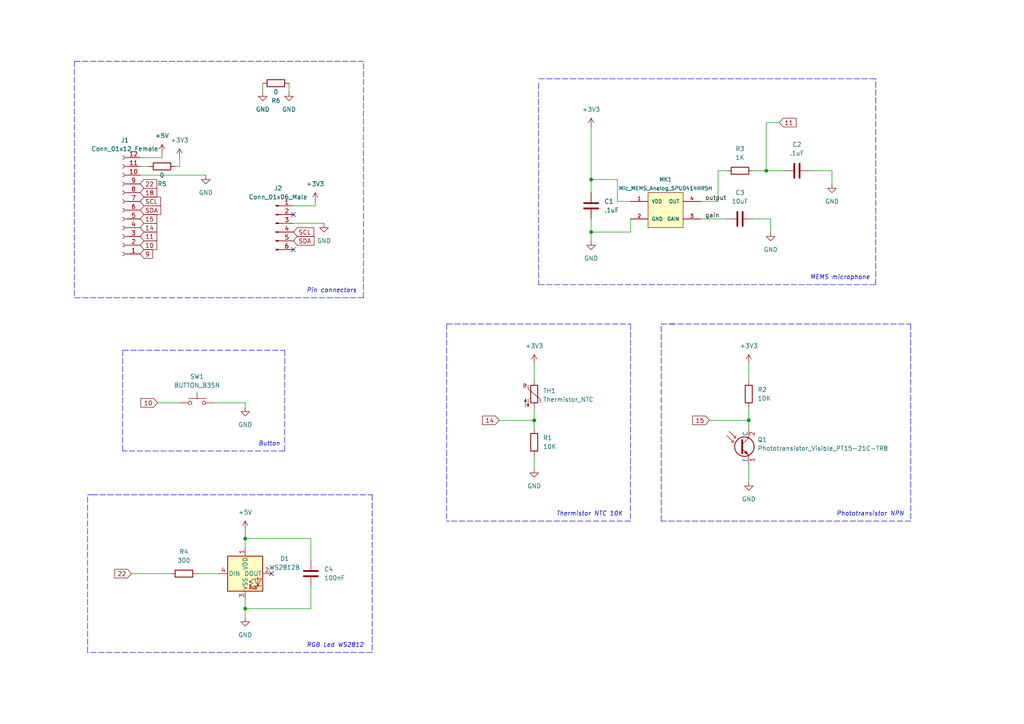
<source format=kicad_sch>
(kicad_sch (version 20211123) (generator eeschema)
  (paper "A4")
  (lib_symbols
    (symbol "Connector:Conn_01x06_Male" (pin_names (offset 1.016) hide)
      (property "Reference" "J" (at 0 7.62 0))
      (property "Value" "Conn_01x06_Male" (at 0 -10.16 0))
      (symbol "Conn_01x06_Male_1_1"
        (polyline (pts (xy 1.27 -7.62) (xy 0.8636 -7.62)) (stroke (width 0.1524)))
        (polyline (pts (xy 1.27 -5.08) (xy 0.8636 -5.08)) (stroke (width 0.1524)))
        (polyline (pts (xy 1.27 -2.54) (xy 0.8636 -2.54)) (stroke (width 0.1524)))
        (polyline (pts (xy 1.27 0) (xy 0.8636 0)) (stroke (width 0.1524)))
        (polyline (pts (xy 1.27 2.54) (xy 0.8636 2.54)) (stroke (width 0.1524)))
        (polyline (pts (xy 1.27 5.08) (xy 0.8636 5.08)) (stroke (width 0.1524)))
        (rectangle (start 0.8636 -7.493) (end 0 -7.747) (stroke (width 0.1524)) (fill (type outline)))
        (rectangle (start 0.8636 -4.953) (end 0 -5.207) (stroke (width 0.1524)) (fill (type outline)))
        (rectangle (start 0.8636 -2.413) (end 0 -2.667) (stroke (width 0.1524)) (fill (type outline)))
        (rectangle (start 0.8636 0.127) (end 0 -0.127) (stroke (width 0.1524)) (fill (type outline)))
        (rectangle (start 0.8636 2.667) (end 0 2.413) (stroke (width 0.1524)) (fill (type outline)))
        (rectangle (start 0.8636 5.207) (end 0 4.953) (stroke (width 0.1524)) (fill (type outline)))
        (pin passive line (at 5.08 5.08 180) (length 3.81) (name "Pin_1") (number "1"))
        (pin passive line (at 5.08 2.54 180) (length 3.81) (name "Pin_2") (number "2"))
        (pin passive line (at 5.08 0 180) (length 3.81) (name "Pin_3") (number "3"))
        (pin passive line (at 5.08 -2.54 180) (length 3.81) (name "Pin_4") (number "4"))
        (pin passive line (at 5.08 -5.08 180) (length 3.81) (name "Pin_5") (number "5"))
        (pin passive line (at 5.08 -7.62 180) (length 3.81) (name "Pin_6") (number "6"))
      )
    )
    (symbol "Connector:Conn_01x12_Female" (pin_names (offset 1.016) hide)
      (property "Reference" "J" (at 0 15.24 0))
      (property "Value" "Conn_01x12_Female" (at 0 -17.78 0))
      (symbol "Conn_01x12_Female_1_1"
        (arc (start 0 -14.732) (mid -0.508 -15.24) (end 0 -15.748) (stroke (width 0.1524)))
        (arc (start 0 -12.192) (mid -0.508 -12.7) (end 0 -13.208) (stroke (width 0.1524)))
        (arc (start 0 -9.652) (mid -0.508 -10.16) (end 0 -10.668) (stroke (width 0.1524)))
        (arc (start 0 -7.112) (mid -0.508 -7.62) (end 0 -8.128) (stroke (width 0.1524)))
        (arc (start 0 -4.572) (mid -0.508 -5.08) (end 0 -5.588) (stroke (width 0.1524)))
        (arc (start 0 -2.032) (mid -0.508 -2.54) (end 0 -3.048) (stroke (width 0.1524)))
        (polyline (pts (xy -1.27 -15.24) (xy -0.508 -15.24)) (stroke (width 0.1524)))
        (polyline (pts (xy -1.27 -12.7) (xy -0.508 -12.7)) (stroke (width 0.1524)))
        (polyline (pts (xy -1.27 -10.16) (xy -0.508 -10.16)) (stroke (width 0.1524)))
        (polyline (pts (xy -1.27 -7.62) (xy -0.508 -7.62)) (stroke (width 0.1524)))
        (polyline (pts (xy -1.27 -5.08) (xy -0.508 -5.08)) (stroke (width 0.1524)))
        (polyline (pts (xy -1.27 -2.54) (xy -0.508 -2.54)) (stroke (width 0.1524)))
        (polyline (pts (xy -1.27 0) (xy -0.508 0)) (stroke (width 0.1524)))
        (polyline (pts (xy -1.27 2.54) (xy -0.508 2.54)) (stroke (width 0.1524)))
        (polyline (pts (xy -1.27 5.08) (xy -0.508 5.08)) (stroke (width 0.1524)))
        (polyline (pts (xy -1.27 7.62) (xy -0.508 7.62)) (stroke (width 0.1524)))
        (polyline (pts (xy -1.27 10.16) (xy -0.508 10.16)) (stroke (width 0.1524)))
        (polyline (pts (xy -1.27 12.7) (xy -0.508 12.7)) (stroke (width 0.1524)))
        (arc (start 0 0.508) (mid -0.508 0) (end 0 -0.508) (stroke (width 0.1524)))
        (arc (start 0 3.048) (mid -0.508 2.54) (end 0 2.032) (stroke (width 0.1524)))
        (arc (start 0 5.588) (mid -0.508 5.08) (end 0 4.572) (stroke (width 0.1524)))
        (arc (start 0 8.128) (mid -0.508 7.62) (end 0 7.112) (stroke (width 0.1524)))
        (arc (start 0 10.668) (mid -0.508 10.16) (end 0 9.652) (stroke (width 0.1524)))
        (arc (start 0 13.208) (mid -0.508 12.7) (end 0 12.192) (stroke (width 0.1524)))
        (pin passive line (at -5.08 12.7 0) (length 3.81) (name "Pin_1") (number "1"))
        (pin passive line (at -5.08 -10.16 0) (length 3.81) (name "Pin_10") (number "10"))
        (pin passive line (at -5.08 -12.7 0) (length 3.81) (name "Pin_11") (number "11"))
        (pin passive line (at -5.08 -15.24 0) (length 3.81) (name "Pin_12") (number "12"))
        (pin passive line (at -5.08 10.16 0) (length 3.81) (name "Pin_2") (number "2"))
        (pin passive line (at -5.08 7.62 0) (length 3.81) (name "Pin_3") (number "3"))
        (pin passive line (at -5.08 5.08 0) (length 3.81) (name "Pin_4") (number "4"))
        (pin passive line (at -5.08 2.54 0) (length 3.81) (name "Pin_5") (number "5"))
        (pin passive line (at -5.08 0 0) (length 3.81) (name "Pin_6") (number "6"))
        (pin passive line (at -5.08 -2.54 0) (length 3.81) (name "Pin_7") (number "7"))
        (pin passive line (at -5.08 -5.08 0) (length 3.81) (name "Pin_8") (number "8"))
        (pin passive line (at -5.08 -7.62 0) (length 3.81) (name "Pin_9") (number "9"))
      )
    )
    (symbol "LED:WS2812B" (pin_names (offset 0.254))
      (property "Reference" "D" (at 5.08 5.715 0))
      (property "Value" "WS2812B" (at 1.27 -5.715 0))
      (symbol "WS2812B_0_0"
        (text "RGB" (at 2.286 -4.191 0) (effects (font (size 0.762 0.762))))
      )
      (symbol "WS2812B_0_1"
        (polyline (pts (xy 1.27 -3.556) (xy 1.778 -3.556)))
        (polyline (pts (xy 1.27 -2.54) (xy 1.778 -2.54)))
        (polyline (pts (xy 4.699 -3.556) (xy 2.667 -3.556)))
        (polyline (pts (xy 2.286 -2.54) (xy 1.27 -3.556) (xy 1.27 -3.048)))
        (polyline (pts (xy 2.286 -1.524) (xy 1.27 -2.54) (xy 1.27 -2.032)))
        (polyline (pts (xy 3.683 -1.016) (xy 3.683 -3.556) (xy 3.683 -4.064)))
        (polyline (pts (xy 4.699 -1.524) (xy 2.667 -1.524) (xy 3.683 -3.556) (xy 4.699 -1.524)))
        (rectangle (start 5.08 5.08) (end -5.08 -5.08) (stroke (width 0.254)) (fill (type background)))
      )
      (symbol "WS2812B_1_1"
        (pin power_in line (at 0 7.62 270) (length 2.54) (name "VDD") (number "1"))
        (pin output line (at 7.62 0 180) (length 2.54) (name "DOUT") (number "2"))
        (pin power_in line (at 0 -7.62 90) (length 2.54) (name "VSS") (number "3"))
        (pin input line (at -7.62 0 0) (length 2.54) (name "DIN") (number "4"))
      )
    )
    (symbol "fab:BUTTON_B3SN" (pin_numbers hide) (pin_names (offset 1.016) hide)
      (property "Reference" "SW" (at 1.27 2.54 0))
      (property "Value" "BUTTON_B3SN" (at 0 -1.524 0))
      (symbol "BUTTON_B3SN_0_1"
        (circle (center -2.032 0) (radius 0.508))
        (polyline (pts (xy 0 1.27) (xy 0 3.048)))
        (polyline (pts (xy 2.54 1.27) (xy -2.54 1.27)))
        (circle (center 2.032 0) (radius 0.508))
        (pin passive line (at -5.08 0 0) (length 2.54) (name "1") (number "1"))
        (pin passive line (at 5.08 0 180) (length 2.54) (name "2") (number "2"))
      )
    )
    (symbol "fab:C" (pin_numbers hide) (pin_names (offset 0.254))
      (property "Reference" "C" (at 0.635 2.54 0))
      (property "Value" "C" (at 0.635 -2.54 0))
      (symbol "C_0_1"
        (polyline (pts (xy -2.032 -0.762) (xy 2.032 -0.762)) (stroke (width 0.508)))
        (polyline (pts (xy -2.032 0.762) (xy 2.032 0.762)) (stroke (width 0.508)))
      )
      (symbol "C_1_1"
        (pin passive line (at 0 3.81 270) (length 2.794) (name "~") (number "1"))
        (pin passive line (at 0 -3.81 90) (length 2.794) (name "~") (number "2"))
      )
    )
    (symbol "fab:Mic_MEMS_Analog_SPU0414HR5H" (pin_names (offset 1.016))
      (property "Reference" "MK" (at -5.0038 5.9944 0))
      (property "Value" "Mic_MEMS_Analog_SPU0414HR5H" (at 0 -7.0104 0))
      (symbol "Mic_MEMS_Analog_SPU0414HR5H_0_1"
        (rectangle (start -5.08 5.08) (end 5.08 -5.08) (fill (type background)))
      )
      (symbol "Mic_MEMS_Analog_SPU0414HR5H_1_1"
        (pin power_in line (at -10.16 2.54 0) (length 5.08) (name "VDD") (number "1"))
        (pin power_in line (at -10.16 -2.54 0) (length 5.08) (name "GND") (number "2"))
        (pin bidirectional line (at 10.16 -2.54 180) (length 5.08) (name "GAIN") (number "3"))
        (pin output line (at 10.16 2.54 180) (length 5.08) (name "OUT") (number "4"))
      )
    )
    (symbol "fab:Phototransistor_Visible_PT15-21C-TR8" (pin_names (offset 0))
      (property "Reference" "Q" (at 5.08 1.27 0))
      (property "Value" "Phototransistor_Visible_PT15-21C-TR8" (at 5.08 -1.27 0))
      (symbol "Phototransistor_Visible_PT15-21C-TR8_0_1"
        (polyline (pts (xy -1.905 1.27) (xy -2.54 1.27)))
        (polyline (pts (xy -1.27 2.54) (xy -1.905 2.54)))
        (polyline (pts (xy 0.635 0.635) (xy 2.54 2.54)))
        (polyline (pts (xy -3.81 3.175) (xy -1.905 1.27) (xy -1.905 1.905)))
        (polyline (pts (xy -3.175 4.445) (xy -1.27 2.54) (xy -1.27 3.175)))
        (polyline (pts (xy 0.635 -0.635) (xy 2.54 -2.54) (xy 2.54 -2.54)))
        (polyline (pts (xy 0.635 1.905) (xy 0.635 -1.905) (xy 0.635 -1.905)) (stroke (width 0.508)))
        (polyline (pts (xy 1.27 -1.778) (xy 1.778 -1.27) (xy 2.286 -2.286) (xy 1.27 -1.778) (xy 1.27 -1.778)) (fill (type outline)))
        (circle (center 1.27 0) (radius 2.8194) (stroke (width 0.254)))
      )
      (symbol "Phototransistor_Visible_PT15-21C-TR8_1_1"
        (pin passive line (at 2.54 -5.08 90) (length 2.54) (name "E") (number "1"))
        (pin passive line (at 2.54 5.08 270) (length 2.54) (name "C") (number "2"))
      )
    )
    (symbol "fab:R" (pin_numbers hide) (pin_names (offset 0))
      (property "Reference" "R" (at 2.032 0 90))
      (property "Value" "R" (at 0 0 90))
      (symbol "R_0_1"
        (rectangle (start -1.016 -2.54) (end 1.016 2.54) (stroke (width 0.254)))
      )
      (symbol "R_1_1"
        (pin passive line (at 0 3.81 270) (length 1.27) (name "~") (number "1"))
        (pin passive line (at 0 -3.81 90) (length 1.27) (name "~") (number "2"))
      )
    )
    (symbol "fab:Thermistor_NTC" (pin_numbers hide) (pin_names (offset 0))
      (property "Reference" "TH" (at -4.445 0 90))
      (property "Value" "Thermistor_NTC" (at 3.175 0 90))
      (symbol "Thermistor_NTC_0_1"
        (arc (start -3.048 2.159) (mid -3.0505 2.3165) (end -3.175 2.413))
        (arc (start -3.048 2.159) (mid -2.9736 1.9794) (end -2.794 1.905))
        (arc (start -3.048 2.794) (mid -2.9736 2.6144) (end -2.794 2.54))
        (arc (start -2.794 1.905) (mid -2.6144 1.9794) (end -2.54 2.159))
        (arc (start -2.794 2.54) (mid -2.434 2.5608) (end -2.159 2.794))
        (arc (start -2.794 3.048) (mid -2.9736 2.9736) (end -3.048 2.794))
        (arc (start -2.54 2.794) (mid -2.6144 2.9736) (end -2.794 3.048))
        (rectangle (start -1.016 2.54) (end 1.016 -2.54) (stroke (width 0.254)))
        (polyline (pts (xy -2.54 2.159) (xy -2.54 2.794)))
        (polyline (pts (xy -1.778 2.54) (xy -1.778 1.524) (xy 1.778 -1.524) (xy 1.778 -2.54)))
        (polyline (pts (xy -2.54 -3.683) (xy -2.54 -1.397) (xy -2.794 -2.159) (xy -2.286 -2.159) (xy -2.54 -1.397) (xy -2.54 -1.651)) (fill (type outline)))
        (polyline (pts (xy -1.778 -1.397) (xy -1.778 -3.683) (xy -2.032 -2.921) (xy -1.524 -2.921) (xy -1.778 -3.683) (xy -1.778 -3.429)) (fill (type outline)))
      )
      (symbol "Thermistor_NTC_1_1"
        (pin passive line (at 0 3.81 270) (length 1.27) (name "~") (number "1"))
        (pin passive line (at 0 -3.81 90) (length 1.27) (name "~") (number "2"))
      )
    )
    (symbol "power:+3V3" (power) (pin_names (offset 0))
      (property "Value" "+3V3" (at 0 3.556 0))
      (symbol "+3V3_0_1"
        (polyline (pts (xy -0.762 1.27) (xy 0 2.54)))
        (polyline (pts (xy 0 0) (xy 0 2.54)))
        (polyline (pts (xy 0 2.54) (xy 0.762 1.27)))
      )
      (symbol "+3V3_1_1"
        (pin power_in line (at 0 0 90) (length 0) hide (name "+3V3") (number "1"))
      )
    )
    (symbol "power:+5V" (power) (pin_names (offset 0))
      (property "Value" "+5V" (at 0 3.556 0))
      (symbol "+5V_0_1"
        (polyline (pts (xy -0.762 1.27) (xy 0 2.54)))
        (polyline (pts (xy 0 0) (xy 0 2.54)))
        (polyline (pts (xy 0 2.54) (xy 0.762 1.27)))
      )
      (symbol "+5V_1_1"
        (pin power_in line (at 0 0 90) (length 0) hide (name "+5V") (number "1"))
      )
    )
    (symbol "power:GND" (power) (pin_names (offset 0))
      (property "Value" "GND" (at 0 -3.81 0))
      (symbol "GND_0_1"
        (polyline (pts (xy 0 0) (xy 0 -1.27) (xy 1.27 -1.27) (xy 0 -2.54) (xy -1.27 -1.27) (xy 0 -1.27)))
      )
      (symbol "GND_1_1"
        (pin power_in line (at 0 0 270) (length 0) hide (name "GND") (number "1"))
      )
    )
  )
  (junction (at 154.94 121.92))
  (junction (at 71.12 176.53))
  (junction (at 222.25 49.53))
  (junction (at 171.45 52.07))
  (junction (at 71.12 156.21))
  (junction (at 217.17 121.92))
  (junction (at 171.45 67.31))
  (no_connect (at 78.74 166.37))
  (no_connect (at 85.09 72.39))
  (no_connect (at 85.09 62.23))
  (wire (pts (xy 50.8 48.26) (xy 52.07 48.26)))
  (wire (pts (xy 203.2 63.5) (xy 210.82 63.5)))
  (polyline (pts (xy 35.56 101.6) (xy 35.56 130.81)))
  (polyline (pts (xy 25.4 143.51) (xy 26.67 143.51)))
  (wire (pts (xy 90.17 162.56) (xy 90.17 156.21)))
  (wire (pts (xy 182.88 63.5) (xy 182.88 67.31)))
  (wire (pts (xy 40.64 48.26) (xy 43.18 48.26)))
  (wire (pts (xy 208.28 49.53) (xy 210.82 49.53)))
  (wire (pts (xy 179.07 52.07) (xy 171.45 52.07)))
  (wire (pts (xy 217.17 121.92) (xy 217.17 124.46)))
  (wire (pts (xy 90.17 170.18) (xy 90.17 176.53)))
  (polyline (pts (xy 129.54 93.98) (xy 129.54 151.13)))
  (wire (pts (xy 182.88 58.42) (xy 179.07 58.42)))
  (polyline (pts (xy 129.54 93.98) (xy 182.88 93.98)))
  (polyline (pts (xy 107.95 189.23) (xy 25.4 189.23)))
  (wire (pts (xy 91.44 59.69) (xy 91.44 58.42)))
  (polyline (pts (xy 21.59 17.78) (xy 105.41 17.78)))
  (wire (pts (xy 222.25 35.56) (xy 222.25 49.53)))
  (polyline (pts (xy 82.55 101.6) (xy 82.55 130.81)))
  (polyline (pts (xy 191.77 151.13) (xy 191.77 93.98)))
  (polyline (pts (xy 156.21 24.13) (xy 156.21 82.55)))
  (wire (pts (xy 76.2 26.67) (xy 76.2 24.13)))
  (wire (pts (xy 57.15 166.37) (xy 63.5 166.37)))
  (wire (pts (xy 154.94 121.92) (xy 154.94 124.46)))
  (wire (pts (xy 223.52 63.5) (xy 223.52 67.31)))
  (polyline (pts (xy 21.59 86.36) (xy 105.41 86.36)))
  (wire (pts (xy 90.17 156.21) (xy 71.12 156.21)))
  (polyline (pts (xy 156.21 82.55) (xy 254 82.55)))
  (wire (pts (xy 171.45 63.5) (xy 171.45 67.31)))
  (wire (pts (xy 203.2 58.42) (xy 208.28 58.42)))
  (wire (pts (xy 154.94 105.41) (xy 154.94 110.49)))
  (wire (pts (xy 208.28 58.42) (xy 208.28 49.53)))
  (polyline (pts (xy 107.95 143.51) (xy 107.95 189.23)))
  (wire (pts (xy 179.07 58.42) (xy 179.07 52.07)))
  (polyline (pts (xy 264.16 151.13) (xy 191.77 151.13)))
  (wire (pts (xy 171.45 52.07) (xy 171.45 55.88)))
  (wire (pts (xy 217.17 134.62) (xy 217.17 139.7)))
  (wire (pts (xy 234.95 49.53) (xy 241.3 49.53)))
  (polyline (pts (xy 21.59 17.78) (xy 21.59 86.36)))
  (wire (pts (xy 205.74 121.92) (xy 217.17 121.92)))
  (polyline (pts (xy 105.41 86.36) (xy 105.41 17.78)))
  (polyline (pts (xy 264.16 93.98) (xy 264.16 151.13)))
  (wire (pts (xy 144.78 121.92) (xy 154.94 121.92)))
  (wire (pts (xy 71.12 156.21) (xy 71.12 158.75)))
  (wire (pts (xy 38.1 166.37) (xy 49.53 166.37)))
  (polyline (pts (xy 82.55 130.81) (xy 35.56 130.81)))
  (wire (pts (xy 217.17 118.11) (xy 217.17 121.92)))
  (wire (pts (xy 62.23 116.84) (xy 71.12 116.84)))
  (polyline (pts (xy 254 82.55) (xy 254 22.86)))
  (wire (pts (xy 241.3 49.53) (xy 241.3 53.34)))
  (wire (pts (xy 217.17 105.41) (xy 217.17 110.49)))
  (wire (pts (xy 218.44 49.53) (xy 222.25 49.53)))
  (wire (pts (xy 171.45 67.31) (xy 182.88 67.31)))
  (wire (pts (xy 71.12 153.67) (xy 71.12 156.21)))
  (wire (pts (xy 85.09 64.77) (xy 93.98 64.77)))
  (polyline (pts (xy 26.67 143.51) (xy 107.95 143.51)))
  (wire (pts (xy 71.12 173.99) (xy 71.12 176.53)))
  (wire (pts (xy 83.82 26.67) (xy 83.82 24.13)))
  (polyline (pts (xy 194.31 93.98) (xy 264.16 93.98)))
  (wire (pts (xy 171.45 67.31) (xy 171.45 69.85)))
  (wire (pts (xy 154.94 118.11) (xy 154.94 121.92)))
  (wire (pts (xy 222.25 49.53) (xy 227.33 49.53)))
  (wire (pts (xy 222.25 35.56) (xy 226.06 35.56)))
  (wire (pts (xy 40.64 45.72) (xy 46.99 45.72)))
  (wire (pts (xy 71.12 116.84) (xy 71.12 118.11)))
  (wire (pts (xy 171.45 36.83) (xy 171.45 52.07)))
  (wire (pts (xy 71.12 176.53) (xy 71.12 179.07)))
  (polyline (pts (xy 182.88 93.98) (xy 182.88 151.13)))
  (wire (pts (xy 154.94 132.08) (xy 154.94 135.89)))
  (wire (pts (xy 85.09 59.69) (xy 91.44 59.69)))
  (wire (pts (xy 40.64 50.8) (xy 59.69 50.8)))
  (polyline (pts (xy 156.21 22.86) (xy 254 22.86)))
  (polyline (pts (xy 25.4 189.23) (xy 25.4 143.51)))
  (wire (pts (xy 46.99 45.72) (xy 46.99 44.45)))
  (wire (pts (xy 45.72 116.84) (xy 52.07 116.84)))
  (polyline (pts (xy 191.77 93.98) (xy 195.58 93.98)))
  (wire (pts (xy 218.44 63.5) (xy 223.52 63.5)))
  (wire (pts (xy 90.17 176.53) (xy 71.12 176.53)))
  (polyline (pts (xy 35.56 101.6) (xy 82.55 101.6)))
  (wire (pts (xy 52.07 48.26) (xy 52.07 45.72)))
  (polyline (pts (xy 182.88 151.13) (xy 129.54 151.13)))
  (text "MEMS microphone" (at 234.95 81.28 0) (effects (font (size 1.27 1.27) italic) (justify left bottom)))
  (text "Phototransistor NPN" (at 242.57 149.86 0) (effects (font (size 1.27 1.27) italic) (justify left bottom)))
  (text "Button" (at 74.93 129.54 0) (effects (font (size 1.27 1.27) italic) (justify left bottom)))
  (text "RGB Led WS2812" (at 88.9 187.96 0) (effects (font (size 1.27 1.27) italic) (justify left bottom)))
  (text "Thermistor NTC 10K" (at 161.29 149.86 0) (effects (font (size 1.27 1.27) italic) (justify left bottom)))
  (text "Pin connectors" (at 88.9 85.09 0) (effects (font (size 1.27 1.27) italic) (justify left bottom)))
  (label "gain" (at 204.47 63.5 0))
  (label "output" (at 204.47 58.42 0))
  (global_label "SDA" (shape input) (at 40.64 60.96 0) (property "Intersheet References" "${INTERSHEET_REFS}" (effects hide)))
  (global_label "22" (shape input) (at 40.64 53.34 0) (property "Intersheet References" "${INTERSHEET_REFS}" (effects hide)))
  (global_label "9" (shape input) (at 40.64 73.66 0) (property "Intersheet References" "${INTERSHEET_REFS}" (effects hide)))
  (global_label "SDA" (shape input) (at 85.09 69.85 0) (property "Intersheet References" "${INTERSHEET_REFS}" (effects hide)))
  (global_label "10" (shape input) (at 40.64 71.12 0) (property "Intersheet References" "${INTERSHEET_REFS}" (effects hide)))
  (global_label "15" (shape input) (at 40.64 63.5 0) (property "Intersheet References" "${INTERSHEET_REFS}" (effects hide)))
  (global_label "14" (shape input) (at 144.78 121.92 180) (property "Intersheet References" "${INTERSHEET_REFS}" (effects hide)))
  (global_label "SCL" (shape input) (at 40.64 58.42 0) (property "Intersheet References" "${INTERSHEET_REFS}" (effects hide)))
  (global_label "18" (shape input) (at 40.64 55.88 0) (property "Intersheet References" "${INTERSHEET_REFS}" (effects hide)))
  (global_label "22" (shape input) (at 38.1 166.37 180) (property "Intersheet References" "${INTERSHEET_REFS}" (effects hide)))
  (global_label "SCL" (shape input) (at 85.09 67.31 0) (property "Intersheet References" "${INTERSHEET_REFS}" (effects hide)))
  (global_label "10" (shape input) (at 45.72 116.84 180) (property "Intersheet References" "${INTERSHEET_REFS}" (effects hide)))
  (global_label "11" (shape input) (at 40.64 68.58 0) (property "Intersheet References" "${INTERSHEET_REFS}" (effects hide)))
  (global_label "15" (shape input) (at 205.74 121.92 180) (property "Intersheet References" "${INTERSHEET_REFS}" (effects hide)))
  (global_label "14" (shape input) (at 40.64 66.04 0) (property "Intersheet References" "${INTERSHEET_REFS}" (effects hide)))
  (global_label "11" (shape input) (at 226.06 35.56 0) (property "Intersheet References" "${INTERSHEET_REFS}" (effects hide)))
  (symbol (lib_id "fab:C") (at 90.17 166.37 180) (unit 1)
    (property "Reference" "C4" (at 93.98 165.0999 0) (effects (justify right)))
    (property "Value" "100nF" (at 93.98 167.6399 0) (effects (justify right)))
    (property "Footprint" "fab:C_1206" (effects hide))
  )
  (symbol (lib_id "power:GND") (at 217.17 139.7 0) (unit 1)
    (property "Reference" "#PWR0107" (effects hide))
    (property "Value" "GND" (at 217.17 144.78 0))
  )
  (symbol (lib_id "fab:R") (at 53.34 166.37 90) (unit 1)
    (property "Reference" "R4" (at 53.34 160.02 90))
    (property "Value" "300" (at 53.34 162.56 90))
    (property "Footprint" "fab:R_1206" (effects hide))
  )
  (symbol (lib_id "power:GND") (at 171.45 69.85 0) (unit 1)
    (property "Reference" "#PWR0111" (effects hide))
    (property "Value" "GND" (at 171.45 74.93 0))
  )
  (symbol (lib_id "fab:R") (at 214.63 49.53 90) (unit 1)
    (property "Reference" "R3" (at 214.63 43.18 90))
    (property "Value" "1K" (at 214.63 45.72 90))
    (property "Footprint" "fab:R_1206" (effects hide))
  )
  (symbol (lib_id "power:GND") (at 71.12 118.11 0) (unit 1)
    (property "Reference" "#PWR0106" (effects hide))
    (property "Value" "GND" (at 71.12 123.19 0))
  )
  (symbol (lib_id "Connector:Conn_01x12_Female") (at 35.56 60.96 180) (unit 1)
    (property "Reference" "J1" (at 36.195 40.64 0))
    (property "Value" "Conn_01x12_Female" (at 36.195 43.18 0))
    (property "Footprint" "Connector_Harwin:Harwin_M20-89012xx_1x12_P2.54mm_Horizontal" (effects hide))
  )
  (symbol (lib_id "power:+3V3") (at 217.17 105.41 0) (unit 1)
    (property "Reference" "#PWR0108" (effects hide))
    (property "Value" "+3V3" (at 217.17 100.33 0))
  )
  (symbol (lib_id "fab:Thermistor_NTC") (at 154.94 114.3 0) (unit 1)
    (property "Reference" "TH1" (at 157.48 113.3474 0) (effects (justify left)))
    (property "Value" "Thermistor_NTC" (at 157.48 115.8874 0) (effects (justify left)))
    (property "Footprint" "fab:R_1206" (effects hide))
    (property "Datasheet" "https://www.mouser.fi/datasheet/2/18/AAS-920-324F-Thermometrics-NTC-SMD-032717-web-1018802.pdf" (effects hide))
  )
  (symbol (lib_id "fab:R") (at 46.99 48.26 90) (unit 1)
    (property "Reference" "R5" (at 46.99 53.34 90))
    (property "Value" "0" (at 46.99 50.8 90))
    (property "Footprint" "fab:R_1206" (effects hide))
  )
  (symbol (lib_id "fab:R") (at 80.01 24.13 90) (unit 1)
    (property "Reference" "R6" (at 80.01 29.21 90))
    (property "Value" "0" (at 80.01 26.67 90))
    (property "Footprint" "fab:R_1206" (effects hide))
  )
  (symbol (lib_id "power:GND") (at 83.82 26.67 0) (unit 1)
    (property "Reference" "#PWR0116" (effects hide))
    (property "Value" "GND" (at 83.82 31.75 0))
  )
  (symbol (lib_id "fab:R") (at 154.94 128.27 0) (unit 1)
    (property "Reference" "R1" (at 157.48 126.9999 0) (effects (justify left)))
    (property "Value" "10K" (at 157.48 129.5399 0) (effects (justify left)))
    (property "Footprint" "fab:R_1206" (effects hide))
  )
  (symbol (lib_id "power:GND") (at 241.3 53.34 0) (unit 1)
    (property "Reference" "#PWR0118" (effects hide))
    (property "Value" "GND" (at 241.3 58.42 0))
  )
  (symbol (lib_id "power:+3V3") (at 52.07 45.72 0) (unit 1)
    (property "Reference" "#PWR0102" (effects hide))
    (property "Value" "+3V3" (at 52.07 40.64 0))
  )
  (symbol (lib_id "Connector:Conn_01x06_Male") (at 80.01 64.77 0) (unit 1)
    (property "Reference" "J2" (at 80.645 54.61 0))
    (property "Value" "Conn_01x06_Male" (at 80.645 57.15 0))
    (property "Footprint" "Connector_PinHeader_2.54mm:PinHeader_1x06_P2.54mm_Vertical_SMD_Pin1Left" (effects hide))
  )
  (symbol (lib_id "fab:Phototransistor_Visible_PT15-21C-TR8") (at 214.63 129.54 0) (unit 1)
    (property "Reference" "Q1" (at 219.71 127.5206 0) (effects (justify left)))
    (property "Value" "Phototransistor_Visible_PT15-21C-TR8" (at 219.71 130.0606 0) (effects (justify left)))
    (property "Footprint" "fab:Q_1206" (effects hide))
    (property "Datasheet" "https://www.everlight.com/file/ProductFile/PT15-21C-TR8.pdf" (effects hide))
  )
  (symbol (lib_id "fab:BUTTON_B3SN") (at 57.15 116.84 0) (unit 1)
    (property "Reference" "SW1" (at 57.15 109.22 0))
    (property "Value" "BUTTON_B3SN" (at 57.15 111.76 0))
    (property "Footprint" "fab:Button_Omron_B3SN_6x6mm" (effects hide))
    (property "Datasheet" "https://omronfs.omron.com/en_US/ecb/products/pdf/en-b3sn.pdf" (effects hide))
  )
  (symbol (lib_id "power:+3V3") (at 154.94 105.41 0) (unit 1)
    (property "Reference" "#PWR0113" (effects hide))
    (property "Value" "+3V3" (at 154.94 100.33 0))
  )
  (symbol (lib_id "fab:C") (at 231.14 49.53 90) (unit 1)
    (property "Reference" "C2" (at 231.14 41.91 90))
    (property "Value" ".1uF" (at 231.14 44.45 90))
    (property "Footprint" "fab:C_1206" (effects hide))
  )
  (symbol (lib_id "power:GND") (at 71.12 179.07 0) (unit 1)
    (property "Reference" "#PWR0115" (effects hide))
    (property "Value" "GND" (at 71.12 184.15 0))
  )
  (symbol (lib_id "power:GND") (at 76.2 26.67 0) (unit 1)
    (property "Reference" "#PWR0117" (effects hide))
    (property "Value" "GND" (at 76.2 31.75 0))
  )
  (symbol (lib_id "power:+3V3") (at 91.44 58.42 0) (unit 1)
    (property "Reference" "#PWR0105" (effects hide))
    (property "Value" "+3V3" (at 91.44 53.34 0))
  )
  (symbol (lib_id "power:GND") (at 154.94 135.89 0) (unit 1)
    (property "Reference" "#PWR0109" (effects hide))
    (property "Value" "GND" (at 154.94 140.97 0))
  )
  (symbol (lib_id "fab:R") (at 217.17 114.3 0) (unit 1)
    (property "Reference" "R2" (at 219.71 113.0299 0) (effects (justify left)))
    (property "Value" "10K" (at 219.71 115.5699 0) (effects (justify left)))
    (property "Footprint" "fab:R_1206" (effects hide))
  )
  (symbol (lib_id "power:GND") (at 223.52 67.31 0) (unit 1)
    (property "Reference" "#PWR0112" (effects hide))
    (property "Value" "GND" (at 223.52 72.39 0))
  )
  (symbol (lib_id "fab:C") (at 171.45 59.69 180) (unit 1)
    (property "Reference" "C1" (at 175.26 58.4199 0) (effects (justify right)))
    (property "Value" ".1uF" (at 175.26 60.9599 0) (effects (justify right)))
    (property "Footprint" "fab:C_1206" (effects hide))
  )
  (symbol (lib_id "fab:Mic_MEMS_Analog_SPU0414HR5H") (at 193.04 60.96 0) (unit 1)
    (property "Reference" "MK1" (at 193.04 52.07 0) (effects (font (size 1.143 1.143))))
    (property "Value" "Mic_MEMS_Analog_SPU0414HR5H" (at 193.04 54.61 0) (effects (font (size 1.0922 1.0922))))
    (property "Footprint" "fab:Mic_MEMS_Analog_Knowles_SPU0414HR5H" (effects hide))
    (property "Datasheet" "https://media.digikey.com/pdf/Data%20Sheets/Knowles%20Acoustics%20PDFs/SPU0414HR5H-SB.pdf" (effects hide))
  )
  (symbol (lib_id "power:+3V3") (at 171.45 36.83 0) (unit 1)
    (property "Reference" "#PWR0110" (effects hide))
    (property "Value" "+3V3" (at 171.45 31.75 0))
  )
  (symbol (lib_id "power:GND") (at 59.69 50.8 0) (unit 1)
    (property "Reference" "#PWR0103" (effects hide))
    (property "Value" "GND" (at 59.69 55.88 0))
  )
  (symbol (lib_id "power:GND") (at 93.98 64.77 0) (unit 1)
    (property "Reference" "#PWR0104" (effects hide))
    (property "Value" "GND" (at 93.98 69.85 0))
  )
  (symbol (lib_id "power:+5V") (at 71.12 153.67 0) (unit 1)
    (property "Reference" "#PWR0114" (effects hide))
    (property "Value" "+5V" (at 71.12 148.59 0))
  )
  (symbol (lib_id "power:+5V") (at 46.99 44.45 0) (unit 1)
    (property "Reference" "#PWR0101" (effects hide))
    (property "Value" "+5V" (at 46.99 39.37 0))
  )
  (symbol (lib_id "fab:C") (at 214.63 63.5 90) (unit 1)
    (property "Reference" "C3" (at 214.63 55.88 90))
    (property "Value" "10uF" (at 214.63 58.42 90))
    (property "Footprint" "fab:C_1206" (effects hide))
  )
  (symbol (lib_id "LED:WS2812B") (at 71.12 166.37 0) (unit 1)
    (property "Reference" "D1" (at 82.55 162.0393 0))
    (property "Value" "WS2812B" (at 82.55 164.5793 0))
    (property "Footprint" "LED_SMD:LED_WS2812B_PLCC4_5.0x5.0mm_P3.2mm" (effects hide))
    (property "Datasheet" "https://cdn-shop.adafruit.com/datasheets/WS2812B.pdf" (effects hide))
  )
)
</source>
